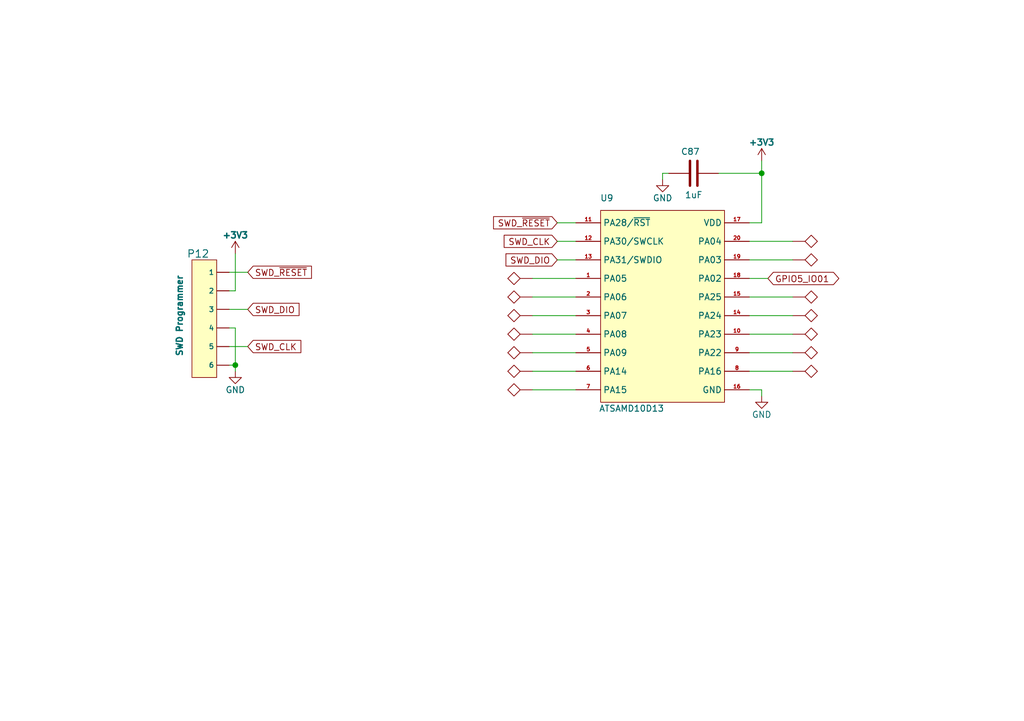
<source format=kicad_sch>
(kicad_sch (version 20210621) (generator eeschema)
  (paper "A5")
  (title_block (title "iMX6ULL Compute Module & Base Board") (date "2021-03-23") (rev "1.0") (company "AHSA Elektronik"))
  (lib_symbols
    (symbol "abdullah:+3.3V" (power) (pin_names (offset 0))
      (property "Value" "+3.3V" (at 0 3.81 0))
      (symbol "+3.3V_0_1"
        (polyline (pts (xy -0.762 1.27) (xy 0 2.54)))
        (polyline (pts (xy 0 0) (xy 0 2.54)))
        (polyline (pts (xy 0 2.54) (xy 0.762 1.27)))
      )
      (symbol "+3.3V_1_1"
        (pin power_in line (at 0 0 90) (length 0) hide (name "+3V3") (number "1"))
      )
    )
    (symbol "abdullah:ATSAMD10D13"
      (property "Reference" "U" (at 6.35 5.08 0))
      (property "Value" "ATSAMD10D13" (at 11.43 -38.1 0))
      (symbol "ATSAMD10D13_0_0"
        (pin unspecified line (at 0 -11.43 0) (length 5.08) (name "PA05") (number "1"))
        (pin unspecified line (at 35.56 -22.86 180) (length 5.08) (name "PA23") (number "10"))
        (pin unspecified line (at 0 0 0) (length 5.08) (name "PA28/~{RST}") (number "11"))
        (pin unspecified line (at 0 -3.81 0) (length 5.08) (name "PA30/SWCLK") (number "12"))
        (pin unspecified line (at 0 -7.62 0) (length 5.08) (name "PA31/SWDIO") (number "13"))
        (pin unspecified line (at 35.56 -19.05 180) (length 5.08) (name "PA24") (number "14"))
        (pin unspecified line (at 35.56 -15.24 180) (length 5.08) (name "PA25") (number "15"))
        (pin unspecified line (at 35.56 -34.29 180) (length 5.08) (name "GND") (number "16"))
        (pin unspecified line (at 35.56 0 180) (length 5.08) (name "VDD") (number "17"))
        (pin unspecified line (at 35.56 -11.43 180) (length 5.08) (name "PA02") (number "18"))
        (pin unspecified line (at 35.56 -7.62 180) (length 5.08) (name "PA03") (number "19"))
        (pin unspecified line (at 0 -15.24 0) (length 5.08) (name "PA06") (number "2"))
        (pin unspecified line (at 35.56 -3.81 180) (length 5.08) (name "PA04") (number "20"))
        (pin unspecified line (at 0 -19.05 0) (length 5.08) (name "PA07") (number "3"))
        (pin unspecified line (at 0 -22.86 0) (length 5.08) (name "PA08") (number "4"))
        (pin unspecified line (at 0 -26.67 0) (length 5.08) (name "PA09") (number "5"))
        (pin unspecified line (at 0 -30.48 0) (length 5.08) (name "PA14") (number "6"))
        (pin unspecified line (at 0 -34.29 0) (length 5.08) (name "PA15") (number "7"))
        (pin unspecified line (at 35.56 -30.48 180) (length 5.08) (name "PA16") (number "8"))
        (pin unspecified line (at 35.56 -26.67 180) (length 5.08) (name "PA22") (number "9"))
      )
      (symbol "ATSAMD10D13_0_1"
        (rectangle (start 5.08 2.54) (end 30.48 -36.83) (stroke (width 0.1524)) (fill (type background)))
      )
    )
    (symbol "abdullah:C-hrz" (pin_numbers hide) (pin_names (offset 0.254))
      (property "Reference" "C" (at -0.0254 4.445 0))
      (property "Value" "C-hrz" (at -0.0254 -4.445 0))
      (symbol "C-hrz_0_1"
        (polyline (pts (xy -0.7874 -2.54) (xy -0.7874 2.54)) (stroke (width 0.508)))
        (polyline (pts (xy 0.7366 -2.54) (xy 0.7366 2.54)) (stroke (width 0.508)))
      )
      (symbol "C-hrz_1_1"
        (pin passive line (at -5.08 0 0) (length 4.318) (name "~") (number "1"))
        (pin passive line (at 5.08 0 180) (length 4.318) (name "~") (number "2"))
      )
    )
    (symbol "abdullah:CONNECTOR-6" (pin_numbers hide)
      (property "Reference" "P" (at -1.27 11.43 0))
      (property "Value" "CONNECTOR-6" (at -3.81 1.27 90))
      (symbol "CONNECTOR-6_0_0"
        (pin bidirectional line (at 5.08 -7.62 180) (length 2.54) (name "5") (number "5"))
      )
      (symbol "CONNECTOR-6_0_1"
        (rectangle (start 2.54 10.16) (end -2.54 -13.97) (fill (type background)))
      )
      (symbol "CONNECTOR-6_1_1"
        (pin bidirectional line (at 5.08 7.62 180) (length 2.54) (name "1") (number "1"))
        (pin bidirectional line (at 5.08 3.81 180) (length 2.54) (name "2") (number "2"))
        (pin bidirectional line (at 5.08 0 180) (length 2.54) (name "3") (number "3"))
        (pin bidirectional line (at 5.08 -3.81 180) (length 2.54) (name "4") (number "4"))
        (pin input line (at 5.08 -11.43 180) (length 2.54) (name "6") (number "6"))
      )
    )
    (symbol "abdullah:GND" (power) (pin_names (offset 0))
      (property "Value" "GND" (at 0 -3.81 0))
      (symbol "GND_0_1"
        (polyline (pts (xy 0 0) (xy 0 -1.27) (xy 1.27 -1.27) (xy 0 -2.54) (xy -1.27 -1.27) (xy 0 -1.27)))
      )
      (symbol "GND_1_1"
        (pin power_in line (at 0 0 270) (length 0) hide (name "GND") (number "1"))
      )
    )
    (symbol "abdullah:TEST_POINT" (pin_numbers hide) (pin_names hide)
      (property "Reference" "TP" (at 0 7.62 0))
      (property "Value" "TEST_POINT" (at 0 6.35 0))
      (symbol "TEST_POINT_0_1"
        (polyline (pts (xy 0 5.08) (xy -1.27 3.81) (xy 0 2.54) (xy 1.27 3.81) (xy 0 5.08) (xy 0 5.08)))
      )
      (symbol "TEST_POINT_1_1"
        (pin passive line (at 0 0 90) (length 2.54) (name "~") (number "1"))
      )
    )
  )
  (junction (at 48.26 74.93) (diameter 1.016))
  (junction (at 156.21 35.56) (diameter 1.016))
  (wire (pts (xy 46.99 63.5) (xy 50.8 63.5)))
  (wire (pts (xy 46.99 67.31) (xy 48.26 67.31)))
  (wire (pts (xy 46.99 74.93) (xy 48.26 74.93)))
  (wire (pts (xy 48.26 52.07) (xy 48.26 59.69)))
  (wire (pts (xy 48.26 59.69) (xy 46.99 59.69)))
  (wire (pts (xy 48.26 67.31) (xy 48.26 74.93)))
  (wire (pts (xy 48.26 74.93) (xy 48.26 76.2)))
  (wire (pts (xy 50.8 55.88) (xy 46.99 55.88)))
  (wire (pts (xy 50.8 71.12) (xy 46.99 71.12)))
  (wire (pts (xy 109.22 57.15) (xy 118.11 57.15)))
  (wire (pts (xy 109.22 60.96) (xy 118.11 60.96)))
  (wire (pts (xy 109.22 64.77) (xy 118.11 64.77)))
  (wire (pts (xy 109.22 68.58) (xy 118.11 68.58)))
  (wire (pts (xy 109.22 72.39) (xy 118.11 72.39)))
  (wire (pts (xy 109.22 76.2) (xy 118.11 76.2)))
  (wire (pts (xy 109.22 80.01) (xy 118.11 80.01)))
  (wire (pts (xy 114.3 45.72) (xy 118.11 45.72)))
  (wire (pts (xy 114.3 49.53) (xy 118.11 49.53)))
  (wire (pts (xy 114.3 53.34) (xy 118.11 53.34)))
  (wire (pts (xy 135.89 35.56) (xy 135.89 36.83)))
  (wire (pts (xy 137.16 35.56) (xy 135.89 35.56)))
  (wire (pts (xy 147.32 35.56) (xy 156.21 35.56)))
  (wire (pts (xy 153.67 76.2) (xy 162.56 76.2)))
  (wire (pts (xy 153.67 80.01) (xy 156.21 80.01)))
  (wire (pts (xy 156.21 33.02) (xy 156.21 35.56)))
  (wire (pts (xy 156.21 35.56) (xy 156.21 45.72)))
  (wire (pts (xy 156.21 45.72) (xy 153.67 45.72)))
  (wire (pts (xy 156.21 80.01) (xy 156.21 81.28)))
  (wire (pts (xy 157.48 57.15) (xy 153.67 57.15)))
  (wire (pts (xy 162.56 49.53) (xy 153.67 49.53)))
  (wire (pts (xy 162.56 53.34) (xy 153.67 53.34)))
  (wire (pts (xy 162.56 60.96) (xy 153.67 60.96)))
  (wire (pts (xy 162.56 64.77) (xy 153.67 64.77)))
  (wire (pts (xy 162.56 68.58) (xy 153.67 68.58)))
  (wire (pts (xy 162.56 72.39) (xy 153.67 72.39)))
  (global_label "SWD_~{RESET}" (shape input) (at 50.8 55.88 0) (property "Intersheet References" "${INTERSHEET_REFS}" (effects hide)))
  (global_label "SWD_DIO" (shape input) (at 50.8 63.5 0) (property "Intersheet References" "${INTERSHEET_REFS}" (effects hide)))
  (global_label "SWD_CLK" (shape input) (at 50.8 71.12 0) (property "Intersheet References" "${INTERSHEET_REFS}" (effects hide)))
  (global_label "SWD_~{RESET}" (shape input) (at 114.3 45.72 180) (property "Intersheet References" "${INTERSHEET_REFS}" (effects hide)))
  (global_label "SWD_CLK" (shape input) (at 114.3 49.53 180) (property "Intersheet References" "${INTERSHEET_REFS}" (effects hide)))
  (global_label "SWD_DIO" (shape input) (at 114.3 53.34 180) (property "Intersheet References" "${INTERSHEET_REFS}" (effects hide)))
  (global_label "GPIO5_IO01" (shape bidirectional) (at 157.48 57.15 0) (property "Intersheet References" "${INTERSHEET_REFS}" (effects hide)))
  (symbol (lib_id "abdullah:+3.3V") (at 48.26 52.07 0) (unit 1)
    (property "Reference" "#PWR0164" (effects hide))
    (property "Value" "+3.3V" (at 48.26 48.26 0) (effects (font bold)))
  )
  (symbol (lib_id "abdullah:+3.3V") (at 156.21 33.02 0) (unit 1)
    (property "Reference" "#PWR0163" (effects hide))
    (property "Value" "+3.3V" (at 156.21 29.21 0) (effects (font bold)))
  )
  (symbol (lib_id "abdullah:GND") (at 48.26 76.2 0) (unit 1)
    (property "Reference" "#PWR0167" (effects hide))
    (property "Value" "GND" (at 48.26 80.01 0))
  )
  (symbol (lib_id "abdullah:GND") (at 135.89 36.83 0) (unit 1)
    (property "Reference" "#PWR0165" (effects hide))
    (property "Value" "GND" (at 135.89 40.64 0))
  )
  (symbol (lib_id "abdullah:GND") (at 156.21 81.28 0) (unit 1)
    (property "Reference" "#PWR0166" (effects hide))
    (property "Value" "GND" (at 156.21 85.09 0))
  )
  (symbol (lib_id "abdullah:TEST_POINT") (at 109.22 57.15 90) (unit 1)
    (property "Reference" "TP13" (effects hide))
    (property "Value" "TEST_POINT" (effects hide))
    (property "Footprint" "new-abdullah:TP-40th-Without-Silkscreen" (effects hide))
  )
  (symbol (lib_id "abdullah:TEST_POINT") (at 109.22 60.96 90) (unit 1)
    (property "Reference" "TP14" (effects hide))
    (property "Value" "TEST_POINT" (effects hide))
    (property "Footprint" "new-abdullah:TP-40th-Without-Silkscreen" (effects hide))
  )
  (symbol (lib_id "abdullah:TEST_POINT") (at 109.22 64.77 90) (mirror x) (unit 1)
    (property "Reference" "TP9" (effects hide))
    (property "Value" "TEST_POINT" (effects hide))
    (property "Footprint" "new-abdullah:TP-40th-Without-Silkscreen" (effects hide))
  )
  (symbol (lib_id "abdullah:TEST_POINT") (at 109.22 68.58 90) (unit 1)
    (property "Reference" "TP11" (effects hide))
    (property "Value" "TEST_POINT" (effects hide))
    (property "Footprint" "new-abdullah:TP-40th-Without-Silkscreen" (effects hide))
  )
  (symbol (lib_id "abdullah:TEST_POINT") (at 109.22 72.39 90) (mirror x) (unit 1)
    (property "Reference" "TP2" (effects hide))
    (property "Value" "TEST_POINT" (effects hide))
    (property "Footprint" "new-abdullah:TP-40th-Without-Silkscreen" (effects hide))
  )
  (symbol (lib_id "abdullah:TEST_POINT") (at 109.22 76.2 90) (mirror x) (unit 1)
    (property "Reference" "TP4" (effects hide))
    (property "Value" "TEST_POINT" (effects hide))
    (property "Footprint" "new-abdullah:TP-40th-Without-Silkscreen" (effects hide))
  )
  (symbol (lib_id "abdullah:TEST_POINT") (at 109.22 80.01 90) (mirror x) (unit 1)
    (property "Reference" "TP6" (effects hide))
    (property "Value" "TEST_POINT" (effects hide))
    (property "Footprint" "new-abdullah:TP-40th-Without-Silkscreen" (effects hide))
  )
  (symbol (lib_id "abdullah:TEST_POINT") (at 162.56 49.53 270) (unit 1)
    (property "Reference" "TP1" (effects hide))
    (property "Value" "TEST_POINT" (effects hide))
    (property "Footprint" "new-abdullah:TP-40th-Without-Silkscreen" (effects hide))
  )
  (symbol (lib_id "abdullah:TEST_POINT") (at 162.56 53.34 270) (mirror x) (unit 1)
    (property "Reference" "TP12" (effects hide))
    (property "Value" "TEST_POINT" (effects hide))
    (property "Footprint" "new-abdullah:TP-40th-Without-Silkscreen" (effects hide))
  )
  (symbol (lib_id "abdullah:TEST_POINT") (at 162.56 60.96 270) (unit 1)
    (property "Reference" "TP3" (effects hide))
    (property "Value" "TEST_POINT" (effects hide))
    (property "Footprint" "new-abdullah:TP-40th-Without-Silkscreen" (effects hide))
  )
  (symbol (lib_id "abdullah:TEST_POINT") (at 162.56 64.77 270) (unit 1)
    (property "Reference" "TP5" (effects hide))
    (property "Value" "TEST_POINT" (effects hide))
    (property "Footprint" "new-abdullah:TP-40th-Without-Silkscreen" (effects hide))
  )
  (symbol (lib_id "abdullah:TEST_POINT") (at 162.56 68.58 270) (unit 1)
    (property "Reference" "TP10" (effects hide))
    (property "Value" "TEST_POINT" (effects hide))
    (property "Footprint" "new-abdullah:TP-40th-Without-Silkscreen" (effects hide))
  )
  (symbol (lib_id "abdullah:TEST_POINT") (at 162.56 72.39 270) (mirror x) (unit 1)
    (property "Reference" "TP8" (effects hide))
    (property "Value" "TEST_POINT" (effects hide))
    (property "Footprint" "new-abdullah:TP-40th-Without-Silkscreen" (effects hide))
  )
  (symbol (lib_id "abdullah:TEST_POINT") (at 162.56 76.2 270) (mirror x) (unit 1)
    (property "Reference" "TP7" (effects hide))
    (property "Value" "TEST_POINT" (effects hide))
    (property "Footprint" "new-abdullah:TP-40th-Without-Silkscreen" (effects hide))
  )
  (symbol (lib_id "abdullah:C-hrz") (at 142.24 35.56 0) (mirror y) (unit 1)
    (property "Reference" "C87" (at 143.5354 31.115 0) (effects (justify left)))
    (property "Value" "1uF" (at 142.2654 40.005 0))
    (property "Footprint" "new-abdullah:IPC-SMD-C-0402" (effects hide))
  )
  (symbol (lib_id "abdullah:CONNECTOR-6") (at 41.91 63.5 0) (unit 1)
    (property "Reference" "P12" (at 40.64 52.07 0) (effects (font (size 1.524 1.524))))
    (property "Value" "SWD Programmer" (at 36.83 64.77 90) (effects (font bold)))
    (property "Footprint" "new-abdullah:TC2030-IDC-NL-FP-6-pin" (effects hide))
  )
  (symbol (lib_id "abdullah:ATSAMD10D13") (at 118.11 45.72 0) (unit 1)
    (property "Reference" "U9" (at 124.46 40.64 0))
    (property "Value" "ATSAMD10D13" (at 129.54 83.82 0))
    (property "Footprint" "new-abdullah:IPC-SOIC-20" (effects hide))
  )
)
</source>
